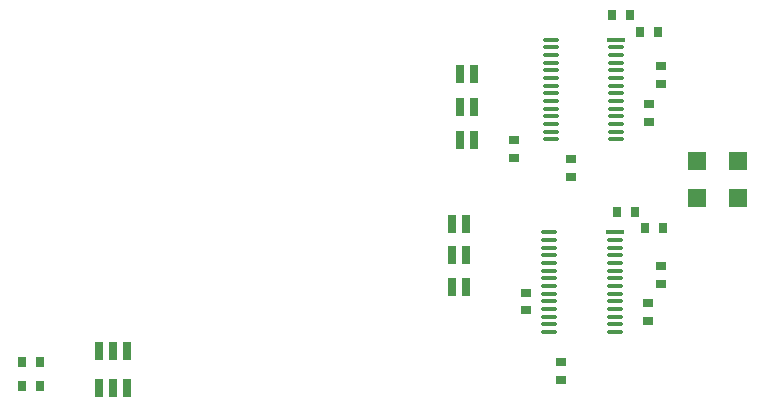
<source format=gbp>
G04 Layer_Color=128*
%FSLAX25Y25*%
%MOIN*%
G70*
G01*
G75*
%ADD13R,0.06000X0.06000*%
%ADD15R,0.03543X0.02756*%
%ADD20R,0.02756X0.03543*%
%ADD41R,0.02953X0.05905*%
%ADD42O,0.05905X0.01378*%
%ADD43R,0.05905X0.01378*%
D13*
X417000Y205000D02*
D03*
X430500D02*
D03*
X417000Y217500D02*
D03*
X430500D02*
D03*
D15*
X371500Y144547D02*
D03*
Y150453D02*
D03*
X375000Y212047D02*
D03*
Y217953D02*
D03*
X405000Y176547D02*
D03*
Y182453D02*
D03*
X400500Y164166D02*
D03*
Y170071D02*
D03*
X360000Y167595D02*
D03*
Y173500D02*
D03*
X405000Y243047D02*
D03*
Y248953D02*
D03*
X401000Y230547D02*
D03*
Y236453D02*
D03*
X355898Y218547D02*
D03*
Y224453D02*
D03*
D20*
X396291Y200453D02*
D03*
X390386D02*
D03*
X405621Y195000D02*
D03*
X399715D02*
D03*
X394500Y266000D02*
D03*
X388595D02*
D03*
X403953Y260354D02*
D03*
X398047D02*
D03*
X192095Y150500D02*
D03*
X198000D02*
D03*
X192047Y142500D02*
D03*
X197953D02*
D03*
D41*
X340000Y196500D02*
D03*
X335276D02*
D03*
X340000Y186000D02*
D03*
X335276D02*
D03*
X340000Y175500D02*
D03*
X335276D02*
D03*
X342500Y246354D02*
D03*
X337776D02*
D03*
X342500Y235500D02*
D03*
X337776D02*
D03*
X342500Y224500D02*
D03*
X337776D02*
D03*
X227000Y141570D02*
D03*
X222276D02*
D03*
X217551D02*
D03*
Y153937D02*
D03*
X222276D02*
D03*
X227000D02*
D03*
D42*
X367724Y160366D02*
D03*
Y162925D02*
D03*
Y165484D02*
D03*
Y168043D02*
D03*
Y170602D02*
D03*
Y173161D02*
D03*
Y175720D02*
D03*
Y178279D02*
D03*
Y180839D02*
D03*
Y183398D02*
D03*
Y185957D02*
D03*
Y188516D02*
D03*
Y191075D02*
D03*
Y193634D02*
D03*
X389575Y160366D02*
D03*
Y162925D02*
D03*
Y165484D02*
D03*
Y168043D02*
D03*
Y170602D02*
D03*
Y173161D02*
D03*
Y175720D02*
D03*
Y178279D02*
D03*
Y180839D02*
D03*
Y183398D02*
D03*
Y185957D02*
D03*
Y188516D02*
D03*
Y191075D02*
D03*
X368150Y224587D02*
D03*
Y227146D02*
D03*
Y229705D02*
D03*
Y232264D02*
D03*
Y234823D02*
D03*
Y237382D02*
D03*
Y239941D02*
D03*
Y242500D02*
D03*
Y245059D02*
D03*
Y247618D02*
D03*
Y250177D02*
D03*
Y252736D02*
D03*
Y255295D02*
D03*
Y257854D02*
D03*
X390000Y224587D02*
D03*
Y227146D02*
D03*
Y229705D02*
D03*
Y232264D02*
D03*
Y234823D02*
D03*
Y237382D02*
D03*
Y239941D02*
D03*
Y242500D02*
D03*
Y245059D02*
D03*
Y247618D02*
D03*
Y250177D02*
D03*
Y252736D02*
D03*
Y255295D02*
D03*
D43*
X389575Y193634D02*
D03*
X390000Y257854D02*
D03*
M02*

</source>
